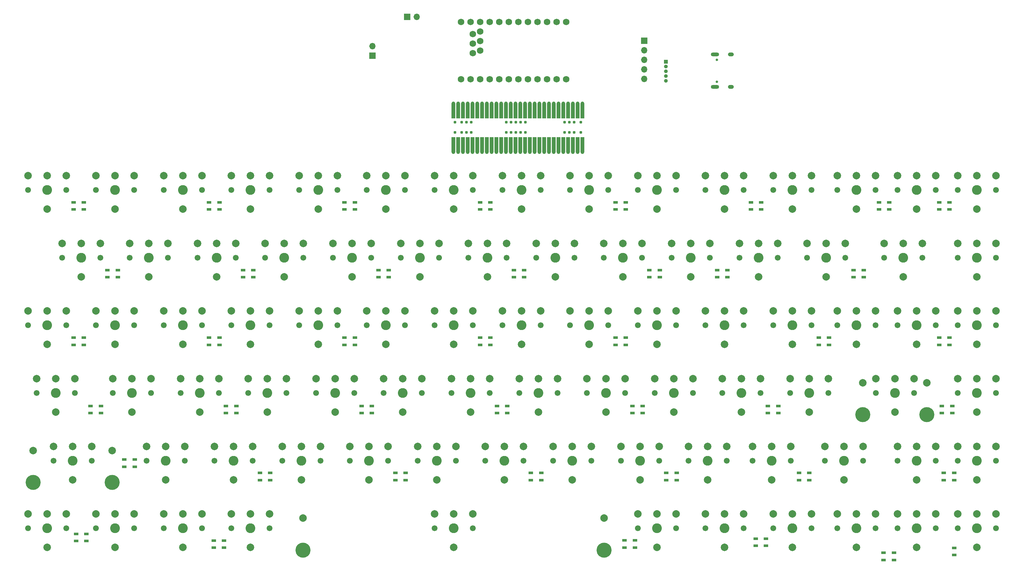
<source format=gbr>
%TF.GenerationSoftware,KiCad,Pcbnew,8.0.2*%
%TF.CreationDate,2024-05-05T23:04:00-07:00*%
%TF.ProjectId,g84_dropin,6738345f-6472-46f7-9069-6e2e6b696361,rev?*%
%TF.SameCoordinates,Original*%
%TF.FileFunction,Soldermask,Bot*%
%TF.FilePolarity,Negative*%
%FSLAX46Y46*%
G04 Gerber Fmt 4.6, Leading zero omitted, Abs format (unit mm)*
G04 Created by KiCad (PCBNEW 8.0.2) date 2024-05-05 23:04:00*
%MOMM*%
%LPD*%
G01*
G04 APERTURE LIST*
G04 Aperture macros list*
%AMRoundRect*
0 Rectangle with rounded corners*
0 $1 Rounding radius*
0 $2 $3 $4 $5 $6 $7 $8 $9 X,Y pos of 4 corners*
0 Add a 4 corners polygon primitive as box body*
4,1,4,$2,$3,$4,$5,$6,$7,$8,$9,$2,$3,0*
0 Add four circle primitives for the rounded corners*
1,1,$1+$1,$2,$3*
1,1,$1+$1,$4,$5*
1,1,$1+$1,$6,$7*
1,1,$1+$1,$8,$9*
0 Add four rect primitives between the rounded corners*
20,1,$1+$1,$2,$3,$4,$5,0*
20,1,$1+$1,$4,$5,$6,$7,0*
20,1,$1+$1,$6,$7,$8,$9,0*
20,1,$1+$1,$8,$9,$2,$3,0*%
G04 Aperture macros list end*
%ADD10C,1.752600*%
%ADD11O,1.000000X2.000000*%
%ADD12R,1.000000X3.000000*%
%ADD13R,1.700000X1.700000*%
%ADD14O,1.700000X1.700000*%
%ADD15C,0.670000*%
%ADD16RoundRect,0.500000X0.600000X-0.000010X0.600000X0.000010X-0.600000X0.000010X-0.600000X-0.000010X0*%
%ADD17RoundRect,0.500000X0.300000X-0.000010X0.300000X0.000010X-0.300000X0.000010X-0.300000X-0.000010X0*%
%ADD18C,0.787400*%
%ADD19C,1.550000*%
%ADD20C,2.600000*%
%ADD21C,2.000000*%
%ADD22C,4.000000*%
%ADD23R,1.000000X1.000000*%
%ADD24O,1.000000X1.000000*%
%ADD25R,1.300000X0.700000*%
G04 APERTURE END LIST*
D10*
%TO.C,U1*%
X200720000Y-61130000D03*
X198180000Y-61130000D03*
X195640000Y-61130000D03*
X193100000Y-61130000D03*
X190560000Y-61130000D03*
X188020000Y-61130000D03*
X185480000Y-61130000D03*
X182940000Y-61130000D03*
X180400000Y-61130000D03*
X177860000Y-61130000D03*
X175320000Y-61130000D03*
X172780000Y-61130000D03*
X172780000Y-76370000D03*
X175320000Y-76370000D03*
X177860000Y-76370000D03*
X180400000Y-76370000D03*
X182940000Y-76370000D03*
X185480000Y-76370000D03*
X188020000Y-76370000D03*
X190560000Y-76370000D03*
X193100000Y-76370000D03*
X195640000Y-76370000D03*
X198180000Y-76370000D03*
X200720000Y-76370000D03*
X177860000Y-63670000D03*
X175955000Y-64305000D03*
X177860000Y-66210000D03*
X175955000Y-66845000D03*
X177860000Y-68750000D03*
X175955000Y-69385000D03*
%TD*%
D11*
%TO.C,J4*%
X170710000Y-83250000D03*
X171980000Y-83250000D03*
X173250000Y-83250000D03*
X174520000Y-83250000D03*
X175790000Y-83250000D03*
X177060000Y-83250000D03*
X178330000Y-83250000D03*
X179600000Y-83250000D03*
X180870000Y-83250000D03*
X182140000Y-83250000D03*
X183410000Y-83250000D03*
X184680000Y-83250000D03*
X185950000Y-83250000D03*
X187220000Y-83250000D03*
X188490000Y-83250000D03*
X189760000Y-83250000D03*
X191030000Y-83250000D03*
X192300000Y-83250000D03*
X193570000Y-83250000D03*
X194840000Y-83250000D03*
X196110000Y-83250000D03*
X197380000Y-83250000D03*
X198650000Y-83250000D03*
X199920000Y-83250000D03*
X201190000Y-83250000D03*
X202460000Y-83250000D03*
X203730000Y-83250000D03*
X205000000Y-83250000D03*
D12*
X170710000Y-85282000D03*
X171980000Y-85282000D03*
X173250000Y-85282000D03*
X174520000Y-85282000D03*
X175790000Y-85282000D03*
X177060000Y-85282000D03*
X178330000Y-85282000D03*
X179600000Y-85282000D03*
X180870000Y-85282000D03*
X182140000Y-85282000D03*
X183410000Y-85282000D03*
X184680000Y-85282000D03*
X185950000Y-85282000D03*
X187220000Y-85282000D03*
X188490000Y-85282000D03*
X189760000Y-85282000D03*
X191030000Y-85282000D03*
X192300000Y-85282000D03*
X193570000Y-85282000D03*
X194840000Y-85282000D03*
X196110000Y-85282000D03*
X197380000Y-85282000D03*
X198650000Y-85282000D03*
X199920000Y-85282000D03*
X201190000Y-85282000D03*
X202460000Y-85282000D03*
X203730000Y-85282000D03*
X205000000Y-85282000D03*
%TD*%
D11*
%TO.C,J5*%
X205040000Y-95250000D03*
X203770000Y-95250000D03*
X202500000Y-95250000D03*
X201230000Y-95250000D03*
X199960000Y-95250000D03*
X198690000Y-95250000D03*
X197420000Y-95250000D03*
X196150000Y-95250000D03*
X194880000Y-95250000D03*
X193610000Y-95250000D03*
X192340000Y-95250000D03*
X191070000Y-95250000D03*
X189800000Y-95250000D03*
X188530000Y-95250000D03*
X187260000Y-95250000D03*
X185990000Y-95250000D03*
X184720000Y-95250000D03*
X183450000Y-95250000D03*
X182180000Y-95250000D03*
X180910000Y-95250000D03*
X179640000Y-95250000D03*
X178370000Y-95250000D03*
X177100000Y-95250000D03*
X175830000Y-95250000D03*
X174560000Y-95250000D03*
X173290000Y-95250000D03*
X172020000Y-95250000D03*
X170750000Y-95250000D03*
D12*
X170750000Y-93218000D03*
X172020000Y-93218000D03*
X173290000Y-93218000D03*
X174560000Y-93218000D03*
X175830000Y-93218000D03*
X177100000Y-93218000D03*
X178370000Y-93218000D03*
X179640000Y-93218000D03*
X180910000Y-93218000D03*
X182180000Y-93218000D03*
X183450000Y-93218000D03*
X184720000Y-93218000D03*
X185990000Y-93218000D03*
X187260000Y-93218000D03*
X188530000Y-93218000D03*
X189800000Y-93218000D03*
X191070000Y-93218000D03*
X192340000Y-93218000D03*
X193610000Y-93218000D03*
X194880000Y-93218000D03*
X196150000Y-93218000D03*
X197420000Y-93218000D03*
X198690000Y-93218000D03*
X199960000Y-93218000D03*
X201230000Y-93218000D03*
X202500000Y-93218000D03*
X203770000Y-93218000D03*
X205040000Y-93218000D03*
%TD*%
D13*
%TO.C,J7*%
X158500000Y-59750000D03*
D14*
X161040000Y-59750000D03*
%TD*%
D15*
%TO.C,J6*%
X240810000Y-71180000D03*
X240810000Y-76980000D03*
D16*
X240280000Y-69760000D03*
D17*
X244460000Y-78400000D03*
D16*
X240280000Y-78400000D03*
D17*
X244460000Y-69760000D03*
%TD*%
D18*
%TO.C,REF1*%
X175500000Y-87750000D03*
X174230000Y-87750000D03*
X172960000Y-87750000D03*
X171182000Y-87750000D03*
%TD*%
%TO.C,REF4*%
X175460000Y-90500000D03*
X174190000Y-90500000D03*
X172920000Y-90500000D03*
X171142000Y-90500000D03*
%TD*%
%TO.C,REF6*%
X200270000Y-90500000D03*
X201540000Y-90500000D03*
X202810000Y-90500000D03*
X204588000Y-90500000D03*
%TD*%
%TO.C,REF3*%
X204628000Y-87750000D03*
X202850000Y-87750000D03*
X201580000Y-87750000D03*
X200310000Y-87750000D03*
%TD*%
%TO.C,REF2*%
X189890000Y-87750000D03*
X188620000Y-87750000D03*
X187350000Y-87750000D03*
X186080000Y-87750000D03*
X184810000Y-87750000D03*
%TD*%
%TO.C,REF5*%
X184770000Y-90500000D03*
X186040000Y-90500000D03*
X187310000Y-90500000D03*
X188580000Y-90500000D03*
X189850000Y-90500000D03*
%TD*%
D19*
%TO.C,SW38*%
X188250000Y-159810000D03*
D20*
X193330000Y-159810000D03*
D19*
X198410000Y-159810000D03*
D21*
X193330000Y-156000000D03*
X193330000Y-164890000D03*
X188250000Y-156000000D03*
X198410000Y-156000000D03*
%TD*%
D19*
%TO.C,SW71*%
X255750000Y-141810000D03*
D20*
X260830000Y-141810000D03*
D19*
X265910000Y-141810000D03*
D21*
X260830000Y-138000000D03*
X260830000Y-146890000D03*
X255750000Y-138000000D03*
X265910000Y-138000000D03*
%TD*%
D19*
%TO.C,SW34*%
X116250000Y-159810000D03*
D20*
X121330000Y-159810000D03*
D19*
X126410000Y-159810000D03*
D21*
X121330000Y-156000000D03*
X121330000Y-164890000D03*
X116250000Y-156000000D03*
X126410000Y-156000000D03*
%TD*%
D19*
%TO.C,SW66*%
X304750000Y-123810000D03*
D20*
X309830000Y-123810000D03*
D19*
X314910000Y-123810000D03*
D21*
X309830000Y-120000000D03*
X309830000Y-128890000D03*
X304750000Y-120000000D03*
X314910000Y-120000000D03*
%TD*%
D19*
%TO.C,SW2*%
X75750000Y-105810000D03*
D20*
X80830000Y-105810000D03*
D19*
X85910000Y-105810000D03*
D21*
X80830000Y-102000000D03*
X80830000Y-110890000D03*
X75750000Y-102000000D03*
X85910000Y-102000000D03*
%TD*%
D19*
%TO.C,SW20*%
X228750000Y-123810000D03*
D20*
X233830000Y-123810000D03*
D19*
X238910000Y-123810000D03*
D21*
X233830000Y-120000000D03*
X233830000Y-128890000D03*
X228750000Y-120000000D03*
X238910000Y-120000000D03*
%TD*%
D19*
%TO.C,SW74*%
X304750000Y-141810000D03*
D20*
X309830000Y-141810000D03*
D19*
X314910000Y-141810000D03*
D21*
X309830000Y-138000000D03*
X309830000Y-146890000D03*
X304750000Y-138000000D03*
X314910000Y-138000000D03*
%TD*%
D19*
%TO.C,SW48*%
X197250000Y-177810000D03*
D20*
X202330000Y-177810000D03*
D19*
X207410000Y-177810000D03*
D21*
X202330000Y-174000000D03*
X202330000Y-182890000D03*
X197250000Y-174000000D03*
X207410000Y-174000000D03*
%TD*%
D19*
%TO.C,SW10*%
X219750000Y-105810000D03*
D20*
X224830000Y-105810000D03*
D19*
X229910000Y-105810000D03*
D21*
X224830000Y-102000000D03*
X224830000Y-110890000D03*
X219750000Y-102000000D03*
X229910000Y-102000000D03*
%TD*%
D19*
%TO.C,SW25*%
X129750000Y-141810000D03*
D20*
X134830000Y-141810000D03*
D19*
X139910000Y-141810000D03*
D21*
X134830000Y-138000000D03*
X134830000Y-146890000D03*
X129750000Y-138000000D03*
X139910000Y-138000000D03*
%TD*%
D19*
%TO.C,SW50*%
X233250000Y-177810000D03*
D20*
X238330000Y-177810000D03*
D19*
X243410000Y-177810000D03*
D21*
X238330000Y-174000000D03*
X238330000Y-182890000D03*
X233250000Y-174000000D03*
X243410000Y-174000000D03*
%TD*%
D19*
%TO.C,SW82*%
X304750000Y-177810000D03*
D20*
X309830000Y-177810000D03*
D19*
X314910000Y-177810000D03*
D21*
X309830000Y-174000000D03*
X309830000Y-182890000D03*
X304750000Y-174000000D03*
X314910000Y-174000000D03*
%TD*%
D19*
%TO.C,SW26*%
X147750000Y-141810000D03*
D20*
X152830000Y-141810000D03*
D19*
X157910000Y-141810000D03*
D21*
X152830000Y-138000000D03*
X152830000Y-146890000D03*
X147750000Y-138000000D03*
X157910000Y-138000000D03*
%TD*%
D19*
%TO.C,SW15*%
X138750000Y-123810000D03*
D20*
X143830000Y-123810000D03*
D19*
X148910000Y-123810000D03*
D21*
X143830000Y-120000000D03*
X143830000Y-128890000D03*
X138750000Y-120000000D03*
X148910000Y-120000000D03*
%TD*%
D19*
%TO.C,SW9*%
X201750000Y-105810000D03*
D20*
X206830000Y-105810000D03*
D19*
X211910000Y-105810000D03*
D21*
X206830000Y-102000000D03*
X206830000Y-110890000D03*
X201750000Y-102000000D03*
X211910000Y-102000000D03*
%TD*%
D19*
%TO.C,SW81*%
X288750000Y-177810000D03*
D20*
X293830000Y-177810000D03*
D19*
X298910000Y-177810000D03*
D21*
X293830000Y-174000000D03*
X293830000Y-182890000D03*
X288750000Y-174000000D03*
X298910000Y-174000000D03*
%TD*%
D19*
%TO.C,SW52*%
X75750000Y-195810000D03*
D20*
X80830000Y-195810000D03*
D19*
X85910000Y-195810000D03*
D21*
X80830000Y-192000000D03*
X80830000Y-200890000D03*
X75750000Y-192000000D03*
X85910000Y-192000000D03*
%TD*%
D19*
%TO.C,SW3*%
X93750000Y-105810000D03*
D20*
X98830000Y-105810000D03*
D19*
X103910000Y-105810000D03*
D21*
X98830000Y-102000000D03*
X98830000Y-110890000D03*
X93750000Y-102000000D03*
X103910000Y-102000000D03*
%TD*%
D19*
%TO.C,SW32*%
X80250000Y-159810000D03*
D20*
X85330000Y-159810000D03*
D19*
X90410000Y-159810000D03*
D21*
X85330000Y-156000000D03*
X85330000Y-164890000D03*
X80250000Y-156000000D03*
X90410000Y-156000000D03*
%TD*%
D19*
%TO.C,SW36*%
X152250000Y-159810000D03*
D20*
X157330000Y-159810000D03*
D19*
X162410000Y-159810000D03*
D21*
X157330000Y-156000000D03*
X157330000Y-164890000D03*
X152250000Y-156000000D03*
X162410000Y-156000000D03*
%TD*%
D19*
%TO.C,SW80*%
X269500000Y-177810000D03*
D20*
X274580000Y-177810000D03*
D19*
X279660000Y-177810000D03*
D21*
X274580000Y-174000000D03*
X274580000Y-182890000D03*
X269500000Y-174000000D03*
X279660000Y-174000000D03*
%TD*%
D19*
%TO.C,SW68*%
X264750000Y-123810000D03*
D20*
X269830000Y-123810000D03*
D19*
X274910000Y-123810000D03*
D21*
X269830000Y-120000000D03*
X269830000Y-128890000D03*
X264750000Y-120000000D03*
X274910000Y-120000000D03*
%TD*%
D19*
%TO.C,SW69*%
X246750000Y-123810000D03*
D20*
X251830000Y-123810000D03*
D19*
X256910000Y-123810000D03*
D21*
X251830000Y-120000000D03*
X251830000Y-128890000D03*
X246750000Y-120000000D03*
X256910000Y-120000000D03*
%TD*%
D19*
%TO.C,SW40*%
X224250000Y-159810000D03*
D20*
X229330000Y-159810000D03*
D19*
X234410000Y-159810000D03*
D21*
X229330000Y-156000000D03*
X229330000Y-164890000D03*
X224250000Y-156000000D03*
X234410000Y-156000000D03*
%TD*%
D19*
%TO.C,SW79*%
X250250000Y-177810000D03*
D20*
X255330000Y-177810000D03*
D19*
X260410000Y-177810000D03*
D21*
X255330000Y-174000000D03*
X255330000Y-182890000D03*
X250250000Y-174000000D03*
X260410000Y-174000000D03*
%TD*%
D19*
%TO.C,SW23*%
X93750000Y-141810000D03*
D20*
X98830000Y-141810000D03*
D19*
X103910000Y-141810000D03*
D21*
X98830000Y-138000000D03*
X98830000Y-146890000D03*
X93750000Y-138000000D03*
X103910000Y-138000000D03*
%TD*%
D19*
%TO.C,SW60*%
X288750000Y-195810000D03*
D20*
X293830000Y-195810000D03*
D19*
X298910000Y-195810000D03*
D21*
X293830000Y-192000000D03*
X293830000Y-200890000D03*
X288750000Y-192000000D03*
X298910000Y-192000000D03*
%TD*%
D19*
%TO.C,SW22*%
X75750000Y-141810000D03*
D20*
X80830000Y-141810000D03*
D19*
X85910000Y-141810000D03*
D21*
X80830000Y-138000000D03*
X80830000Y-146890000D03*
X75750000Y-138000000D03*
X85910000Y-138000000D03*
%TD*%
D19*
%TO.C,SW1*%
X57750000Y-105810000D03*
D20*
X62830000Y-105810000D03*
D19*
X67910000Y-105810000D03*
D21*
X62830000Y-102000000D03*
X62830000Y-110890000D03*
X57750000Y-102000000D03*
X67910000Y-102000000D03*
%TD*%
%TO.C,SW55*%
X130830000Y-193100000D03*
D22*
X130830000Y-201600000D03*
D19*
X165750000Y-195810000D03*
D20*
X170830000Y-195810000D03*
D19*
X175910000Y-195810000D03*
D21*
X210830000Y-193100000D03*
D22*
X210830000Y-201600000D03*
D21*
X170830000Y-192000000D03*
X170830000Y-200890000D03*
X165750000Y-192000000D03*
X175910000Y-192000000D03*
%TD*%
D19*
%TO.C,SW21*%
X57750000Y-141810000D03*
D20*
X62830000Y-141810000D03*
D19*
X67910000Y-141810000D03*
D21*
X62830000Y-138000000D03*
X62830000Y-146890000D03*
X57750000Y-138000000D03*
X67910000Y-138000000D03*
%TD*%
D19*
%TO.C,SW6*%
X147750000Y-105810000D03*
D20*
X152830000Y-105810000D03*
D19*
X157910000Y-105810000D03*
D21*
X152830000Y-102000000D03*
X152830000Y-110890000D03*
X147750000Y-102000000D03*
X157910000Y-102000000D03*
%TD*%
D19*
%TO.C,SW54*%
X111750000Y-195810000D03*
D20*
X116830000Y-195810000D03*
D19*
X121910000Y-195810000D03*
D21*
X116830000Y-192000000D03*
X116830000Y-200890000D03*
X111750000Y-192000000D03*
X121910000Y-192000000D03*
%TD*%
D19*
%TO.C,SW63*%
X272750000Y-105810000D03*
D20*
X277830000Y-105810000D03*
D19*
X282910000Y-105810000D03*
D21*
X277830000Y-102000000D03*
X277830000Y-110890000D03*
X272750000Y-102000000D03*
X282910000Y-102000000D03*
%TD*%
D19*
%TO.C,SW39*%
X206250000Y-159810000D03*
D20*
X211330000Y-159810000D03*
D19*
X216410000Y-159810000D03*
D21*
X211330000Y-156000000D03*
X211330000Y-164890000D03*
X206250000Y-156000000D03*
X216410000Y-156000000D03*
%TD*%
D19*
%TO.C,SW4*%
X111750000Y-105810000D03*
D20*
X116830000Y-105810000D03*
D19*
X121910000Y-105810000D03*
D21*
X116830000Y-102000000D03*
X116830000Y-110890000D03*
X111750000Y-102000000D03*
X121910000Y-102000000D03*
%TD*%
D19*
%TO.C,SW8*%
X183750000Y-105810000D03*
D20*
X188830000Y-105810000D03*
D19*
X193910000Y-105810000D03*
D21*
X188830000Y-102000000D03*
X188830000Y-110890000D03*
X183750000Y-102000000D03*
X193910000Y-102000000D03*
%TD*%
D19*
%TO.C,SW7*%
X165750000Y-105810000D03*
D20*
X170830000Y-105810000D03*
D19*
X175910000Y-105810000D03*
D21*
X170830000Y-102000000D03*
X170830000Y-110890000D03*
X165750000Y-102000000D03*
X175910000Y-102000000D03*
%TD*%
D19*
%TO.C,SW37*%
X170250000Y-159810000D03*
D20*
X175330000Y-159810000D03*
D19*
X180410000Y-159810000D03*
D21*
X175330000Y-156000000D03*
X175330000Y-164890000D03*
X170250000Y-156000000D03*
X180410000Y-156000000D03*
%TD*%
D19*
%TO.C,SW45*%
X143250000Y-177810000D03*
D20*
X148330000Y-177810000D03*
D19*
X153410000Y-177810000D03*
D21*
X148330000Y-174000000D03*
X148330000Y-182890000D03*
X143250000Y-174000000D03*
X153410000Y-174000000D03*
%TD*%
D19*
%TO.C,SW12*%
X84750000Y-123810000D03*
D20*
X89830000Y-123810000D03*
D19*
X94910000Y-123810000D03*
D21*
X89830000Y-120000000D03*
X89830000Y-128890000D03*
X84750000Y-120000000D03*
X94910000Y-120000000D03*
%TD*%
D19*
%TO.C,SW51*%
X57750000Y-195810000D03*
D20*
X62830000Y-195810000D03*
D19*
X67910000Y-195810000D03*
D21*
X62830000Y-192000000D03*
X62830000Y-200890000D03*
X57750000Y-192000000D03*
X67910000Y-192000000D03*
%TD*%
D19*
%TO.C,SW77*%
X260250000Y-159810000D03*
D20*
X265330000Y-159810000D03*
D19*
X270410000Y-159810000D03*
D21*
X265330000Y-156000000D03*
X265330000Y-164890000D03*
X260250000Y-156000000D03*
X270410000Y-156000000D03*
%TD*%
D19*
%TO.C,SW78*%
X242250000Y-159810000D03*
D20*
X247330000Y-159810000D03*
D19*
X252410000Y-159810000D03*
D21*
X247330000Y-156000000D03*
X247330000Y-164890000D03*
X242250000Y-156000000D03*
X252410000Y-156000000D03*
%TD*%
%TO.C,SW76*%
X279580000Y-157100000D03*
D22*
X279580000Y-165600000D03*
D19*
X283000000Y-159810000D03*
D20*
X288080000Y-159810000D03*
D19*
X293160000Y-159810000D03*
D21*
X296580000Y-157100000D03*
D22*
X296580000Y-165600000D03*
D21*
X288080000Y-156000000D03*
X288080000Y-164890000D03*
X283000000Y-156000000D03*
X293160000Y-156000000D03*
%TD*%
D19*
%TO.C,SW70*%
X237750000Y-141810000D03*
D20*
X242830000Y-141810000D03*
D19*
X247910000Y-141810000D03*
D21*
X242830000Y-138000000D03*
X242830000Y-146890000D03*
X237750000Y-138000000D03*
X247910000Y-138000000D03*
%TD*%
D19*
%TO.C,SW14*%
X120750000Y-123810000D03*
D20*
X125830000Y-123810000D03*
D19*
X130910000Y-123810000D03*
D21*
X125830000Y-120000000D03*
X125830000Y-128890000D03*
X120750000Y-120000000D03*
X130910000Y-120000000D03*
%TD*%
D19*
%TO.C,SW35*%
X134250000Y-159810000D03*
D20*
X139330000Y-159810000D03*
D19*
X144410000Y-159810000D03*
D21*
X139330000Y-156000000D03*
X139330000Y-164890000D03*
X134250000Y-156000000D03*
X144410000Y-156000000D03*
%TD*%
D19*
%TO.C,SW18*%
X192750000Y-123810000D03*
D20*
X197830000Y-123810000D03*
D19*
X202910000Y-123810000D03*
D21*
X197830000Y-120000000D03*
X197830000Y-128890000D03*
X192750000Y-120000000D03*
X202910000Y-120000000D03*
%TD*%
D19*
%TO.C,SW29*%
X201750000Y-141810000D03*
D20*
X206830000Y-141810000D03*
D19*
X211910000Y-141810000D03*
D21*
X206830000Y-138000000D03*
X206830000Y-146890000D03*
X201750000Y-138000000D03*
X211910000Y-138000000D03*
%TD*%
D19*
%TO.C,SW65*%
X304750000Y-105810000D03*
D20*
X309830000Y-105810000D03*
D19*
X314910000Y-105810000D03*
D21*
X309830000Y-102000000D03*
X309830000Y-110890000D03*
X304750000Y-102000000D03*
X314910000Y-102000000D03*
%TD*%
D19*
%TO.C,SW16*%
X156750000Y-123810000D03*
D20*
X161830000Y-123810000D03*
D19*
X166910000Y-123810000D03*
D21*
X161830000Y-120000000D03*
X161830000Y-128890000D03*
X156750000Y-120000000D03*
X166910000Y-120000000D03*
%TD*%
D13*
%TO.C,J3*%
X221500000Y-66130000D03*
D14*
X221500000Y-68670000D03*
X221500000Y-71210000D03*
X221500000Y-73750000D03*
X221500000Y-76290000D03*
%TD*%
D21*
%TO.C,SW41*%
X59080000Y-175100000D03*
D22*
X59080000Y-183600000D03*
D19*
X64500000Y-177810000D03*
D20*
X69580000Y-177810000D03*
D19*
X74660000Y-177810000D03*
D21*
X80080000Y-175100000D03*
D22*
X80080000Y-183600000D03*
D21*
X69580000Y-174000000D03*
X69580000Y-182890000D03*
X64500000Y-174000000D03*
X74660000Y-174000000D03*
%TD*%
D19*
%TO.C,SW53*%
X93750000Y-195810000D03*
D20*
X98830000Y-195810000D03*
D19*
X103910000Y-195810000D03*
D21*
X98830000Y-192000000D03*
X98830000Y-200890000D03*
X93750000Y-192000000D03*
X103910000Y-192000000D03*
%TD*%
D19*
%TO.C,SW72*%
X272750000Y-141810000D03*
D20*
X277830000Y-141810000D03*
D19*
X282910000Y-141810000D03*
D21*
X277830000Y-138000000D03*
X277830000Y-146890000D03*
X272750000Y-138000000D03*
X282910000Y-138000000D03*
%TD*%
D19*
%TO.C,SW47*%
X179250000Y-177810000D03*
D20*
X184330000Y-177810000D03*
D19*
X189410000Y-177810000D03*
D21*
X184330000Y-174000000D03*
X184330000Y-182890000D03*
X179250000Y-174000000D03*
X189410000Y-174000000D03*
%TD*%
D19*
%TO.C,SW75*%
X304750000Y-159810000D03*
D20*
X309830000Y-159810000D03*
D19*
X314910000Y-159810000D03*
D21*
X309830000Y-156000000D03*
X309830000Y-164890000D03*
X304750000Y-156000000D03*
X314910000Y-156000000D03*
%TD*%
D19*
%TO.C,SW83*%
X304750000Y-195810000D03*
D20*
X309830000Y-195810000D03*
D19*
X314910000Y-195810000D03*
D21*
X309830000Y-192000000D03*
X309830000Y-200890000D03*
X304750000Y-192000000D03*
X314910000Y-192000000D03*
%TD*%
D19*
%TO.C,SW31*%
X60000000Y-159810000D03*
D20*
X65080000Y-159810000D03*
D19*
X70160000Y-159810000D03*
D21*
X65080000Y-156000000D03*
X65080000Y-164890000D03*
X60000000Y-156000000D03*
X70160000Y-156000000D03*
%TD*%
D19*
%TO.C,SW43*%
X107250000Y-177810000D03*
D20*
X112330000Y-177810000D03*
D19*
X117410000Y-177810000D03*
D21*
X112330000Y-174000000D03*
X112330000Y-182890000D03*
X107250000Y-174000000D03*
X117410000Y-174000000D03*
%TD*%
D23*
%TO.C,J2*%
X227250000Y-71670000D03*
D24*
X227250000Y-72940000D03*
X227250000Y-74210000D03*
X227250000Y-75480000D03*
X227250000Y-76750000D03*
%TD*%
D19*
%TO.C,SW33*%
X98250000Y-159810000D03*
D20*
X103330000Y-159810000D03*
D19*
X108410000Y-159810000D03*
D21*
X103330000Y-156000000D03*
X103330000Y-164890000D03*
X98250000Y-156000000D03*
X108410000Y-156000000D03*
%TD*%
D19*
%TO.C,SW19*%
X210750000Y-123810000D03*
D20*
X215830000Y-123810000D03*
D19*
X220910000Y-123810000D03*
D21*
X215830000Y-120000000D03*
X215830000Y-128890000D03*
X210750000Y-120000000D03*
X220910000Y-120000000D03*
%TD*%
D19*
%TO.C,SW13*%
X102750000Y-123810000D03*
D20*
X107830000Y-123810000D03*
D19*
X112910000Y-123810000D03*
D21*
X107830000Y-120000000D03*
X107830000Y-128890000D03*
X102750000Y-120000000D03*
X112910000Y-120000000D03*
%TD*%
D19*
%TO.C,SW49*%
X215250000Y-177810000D03*
D20*
X220330000Y-177810000D03*
D19*
X225410000Y-177810000D03*
D21*
X220330000Y-174000000D03*
X220330000Y-182890000D03*
X215250000Y-174000000D03*
X225410000Y-174000000D03*
%TD*%
D19*
%TO.C,SW27*%
X165750000Y-141810000D03*
D20*
X170830000Y-141810000D03*
D19*
X175910000Y-141810000D03*
D21*
X170830000Y-138000000D03*
X170830000Y-146890000D03*
X165750000Y-138000000D03*
X175910000Y-138000000D03*
%TD*%
D19*
%TO.C,SW64*%
X288750000Y-105810000D03*
D20*
X293830000Y-105810000D03*
D19*
X298910000Y-105810000D03*
D21*
X293830000Y-102000000D03*
X293830000Y-110890000D03*
X288750000Y-102000000D03*
X298910000Y-102000000D03*
%TD*%
D19*
%TO.C,SW24*%
X111750000Y-141810000D03*
D20*
X116830000Y-141810000D03*
D19*
X121910000Y-141810000D03*
D21*
X116830000Y-138000000D03*
X116830000Y-146890000D03*
X111750000Y-138000000D03*
X121910000Y-138000000D03*
%TD*%
D19*
%TO.C,SW30*%
X219750000Y-141810000D03*
D20*
X224830000Y-141810000D03*
D19*
X229910000Y-141810000D03*
D21*
X224830000Y-138000000D03*
X224830000Y-146890000D03*
X219750000Y-138000000D03*
X229910000Y-138000000D03*
%TD*%
D19*
%TO.C,SW62*%
X255750000Y-105810000D03*
D20*
X260830000Y-105810000D03*
D19*
X265910000Y-105810000D03*
D21*
X260830000Y-102000000D03*
X260830000Y-110890000D03*
X255750000Y-102000000D03*
X265910000Y-102000000D03*
%TD*%
D19*
%TO.C,SW59*%
X272750000Y-195810000D03*
D20*
X277830000Y-195810000D03*
D19*
X282910000Y-195810000D03*
D21*
X277830000Y-192000000D03*
X277830000Y-200890000D03*
X272750000Y-192000000D03*
X282910000Y-192000000D03*
%TD*%
D19*
%TO.C,SW11*%
X66750000Y-123810000D03*
D20*
X71830000Y-123810000D03*
D19*
X76910000Y-123810000D03*
D21*
X71830000Y-120000000D03*
X71830000Y-128890000D03*
X66750000Y-120000000D03*
X76910000Y-120000000D03*
%TD*%
D19*
%TO.C,SW57*%
X237750000Y-195810000D03*
D20*
X242830000Y-195810000D03*
D19*
X247910000Y-195810000D03*
D21*
X242830000Y-192000000D03*
X242830000Y-200890000D03*
X237750000Y-192000000D03*
X247910000Y-192000000D03*
%TD*%
D19*
%TO.C,SW17*%
X174750000Y-123810000D03*
D20*
X179830000Y-123810000D03*
D19*
X184910000Y-123810000D03*
D21*
X179830000Y-120000000D03*
X179830000Y-128890000D03*
X174750000Y-120000000D03*
X184910000Y-120000000D03*
%TD*%
D19*
%TO.C,SW5*%
X129750000Y-105810000D03*
D20*
X134830000Y-105810000D03*
D19*
X139910000Y-105810000D03*
D21*
X134830000Y-102000000D03*
X134830000Y-110890000D03*
X129750000Y-102000000D03*
X139910000Y-102000000D03*
%TD*%
D19*
%TO.C,SW56*%
X219750000Y-195810000D03*
D20*
X224830000Y-195810000D03*
D19*
X229910000Y-195810000D03*
D21*
X224830000Y-192000000D03*
X224830000Y-200890000D03*
X219750000Y-192000000D03*
X229910000Y-192000000D03*
%TD*%
D19*
%TO.C,SW73*%
X288750000Y-141810000D03*
D20*
X293830000Y-141810000D03*
D19*
X298910000Y-141810000D03*
D21*
X293830000Y-138000000D03*
X293830000Y-146890000D03*
X288750000Y-138000000D03*
X298910000Y-138000000D03*
%TD*%
D19*
%TO.C,SW61*%
X237750000Y-105810000D03*
D20*
X242830000Y-105810000D03*
D19*
X247910000Y-105810000D03*
D21*
X242830000Y-102000000D03*
X242830000Y-110890000D03*
X237750000Y-102000000D03*
X247910000Y-102000000D03*
%TD*%
D19*
%TO.C,SW67*%
X285250000Y-123810000D03*
D20*
X290330000Y-123810000D03*
D19*
X295410000Y-123810000D03*
D21*
X290330000Y-120000000D03*
X290330000Y-128890000D03*
X285250000Y-120000000D03*
X295410000Y-120000000D03*
%TD*%
D19*
%TO.C,SW42*%
X89250000Y-177810000D03*
D20*
X94330000Y-177810000D03*
D19*
X99410000Y-177810000D03*
D21*
X94330000Y-174000000D03*
X94330000Y-182890000D03*
X89250000Y-174000000D03*
X99410000Y-174000000D03*
%TD*%
D19*
%TO.C,SW28*%
X183750000Y-141810000D03*
D20*
X188830000Y-141810000D03*
D19*
X193910000Y-141810000D03*
D21*
X188830000Y-138000000D03*
X188830000Y-146890000D03*
X183750000Y-138000000D03*
X193910000Y-138000000D03*
%TD*%
D19*
%TO.C,SW58*%
X255750000Y-195810000D03*
D20*
X260830000Y-195810000D03*
D19*
X265910000Y-195810000D03*
D21*
X260830000Y-192000000D03*
X260830000Y-200890000D03*
X255750000Y-192000000D03*
X265910000Y-192000000D03*
%TD*%
D19*
%TO.C,SW46*%
X161250000Y-177810000D03*
D20*
X166330000Y-177810000D03*
D19*
X171410000Y-177810000D03*
D21*
X166330000Y-174000000D03*
X166330000Y-182890000D03*
X161250000Y-174000000D03*
X171410000Y-174000000D03*
%TD*%
D19*
%TO.C,SW44*%
X125250000Y-177810000D03*
D20*
X130330000Y-177810000D03*
D19*
X135410000Y-177810000D03*
D21*
X130330000Y-174000000D03*
X130330000Y-182890000D03*
X125250000Y-174000000D03*
X135410000Y-174000000D03*
%TD*%
D25*
%TO.C,D24*%
X108580000Y-147000000D03*
X108580000Y-145100000D03*
%TD*%
%TO.C,D23*%
X105830000Y-147000000D03*
X105830000Y-145100000D03*
%TD*%
%TO.C,D28*%
X180580000Y-147000000D03*
X180580000Y-145100000D03*
%TD*%
%TO.C,D40*%
X221080000Y-165150000D03*
X221080000Y-163250000D03*
%TD*%
%TO.C,D5*%
X141830000Y-111000000D03*
X141830000Y-109100000D03*
%TD*%
%TO.C,D60*%
X287830000Y-204250000D03*
X287830000Y-202350000D03*
%TD*%
%TO.C,D45*%
X155330000Y-183000000D03*
X155330000Y-181100000D03*
%TD*%
%TO.C,D29*%
X213830000Y-147000000D03*
X213830000Y-145100000D03*
%TD*%
%TO.C,D82*%
X303830000Y-183000000D03*
X303830000Y-181100000D03*
%TD*%
%TO.C,D13*%
X114830000Y-129000000D03*
X114830000Y-127100000D03*
%TD*%
%TO.C,D38*%
X185080000Y-165150000D03*
X185080000Y-163250000D03*
%TD*%
%TO.C,D18*%
X189580000Y-129000000D03*
X189580000Y-127100000D03*
%TD*%
%TO.C,D21*%
X69830000Y-147000000D03*
X69830000Y-145100000D03*
%TD*%
%TO.C,D59*%
X285080000Y-204250000D03*
X285080000Y-202350000D03*
%TD*%
%TO.C,D61*%
X249830000Y-111000000D03*
X249830000Y-109100000D03*
%TD*%
%TO.C,D15*%
X150830000Y-129000000D03*
X150830000Y-127100000D03*
%TD*%
%TO.C,D51*%
X70500000Y-199200000D03*
X70500000Y-197300000D03*
%TD*%
%TO.C,D44*%
X122080000Y-183000000D03*
X122080000Y-181100000D03*
%TD*%
%TO.C,D63*%
X283830000Y-111000000D03*
X283830000Y-109100000D03*
%TD*%
%TO.C,D20*%
X225580000Y-129000000D03*
X225580000Y-127100000D03*
%TD*%
%TO.C,D10*%
X216580000Y-111000000D03*
X216580000Y-109100000D03*
%TD*%
%TO.C,D62*%
X252580000Y-111000000D03*
X252580000Y-109100000D03*
%TD*%
%TO.C,D57*%
X251080000Y-200450000D03*
X251080000Y-198550000D03*
%TD*%
%TO.C,D26*%
X144580000Y-147000000D03*
X144580000Y-145100000D03*
%TD*%
%TO.C,D49*%
X227330000Y-183000000D03*
X227330000Y-181100000D03*
%TD*%
%TO.C,D50*%
X230080000Y-183000000D03*
X230080000Y-181100000D03*
%TD*%
%TO.C,D33*%
X110330000Y-165150000D03*
X110330000Y-163250000D03*
%TD*%
%TO.C,D70*%
X243580000Y-129000000D03*
X243580000Y-127100000D03*
%TD*%
%TO.C,D58*%
X253830000Y-198550000D03*
X253830000Y-200450000D03*
%TD*%
%TO.C,D32*%
X77080000Y-165150000D03*
X77080000Y-163250000D03*
%TD*%
%TO.C,D17*%
X186830000Y-129000000D03*
X186830000Y-127100000D03*
%TD*%
%TO.C,D52*%
X73250000Y-199200000D03*
X73250000Y-197300000D03*
%TD*%
%TO.C,D30*%
X216580000Y-147000000D03*
X216580000Y-145100000D03*
%TD*%
%TO.C,D68*%
X277080000Y-129000000D03*
X277080000Y-127100000D03*
%TD*%
%TO.C,D41*%
X83330000Y-179450000D03*
X83330000Y-177550000D03*
%TD*%
%TO.C,D66*%
X302580000Y-111000000D03*
X302580000Y-109100000D03*
%TD*%
%TO.C,D55*%
X216250000Y-200950000D03*
X216250000Y-199050000D03*
%TD*%
%TO.C,D77*%
X257080000Y-165150000D03*
X257080000Y-163250000D03*
%TD*%
%TO.C,D6*%
X144580000Y-111000000D03*
X144580000Y-109100000D03*
%TD*%
%TO.C,D54*%
X109830000Y-199100000D03*
X109830000Y-201000000D03*
%TD*%
%TO.C,D48*%
X194080000Y-183000000D03*
X194080000Y-181100000D03*
%TD*%
%TO.C,D72*%
X270580000Y-147000000D03*
X270580000Y-145100000D03*
%TD*%
%TO.C,D42*%
X86080000Y-179450000D03*
X86080000Y-177550000D03*
%TD*%
%TO.C,D37*%
X182330000Y-165150000D03*
X182330000Y-163250000D03*
%TD*%
%TO.C,D64*%
X286580000Y-111000000D03*
X286580000Y-109100000D03*
%TD*%
%TO.C,D80*%
X265330000Y-183000000D03*
X265330000Y-181100000D03*
%TD*%
%TO.C,D3*%
X105830000Y-111000000D03*
X105830000Y-109100000D03*
%TD*%
%TO.C,D73*%
X299830000Y-147000000D03*
X299830000Y-145100000D03*
%TD*%
%TO.C,D74*%
X302580000Y-147000000D03*
X302580000Y-145100000D03*
%TD*%
%TO.C,D27*%
X177830000Y-147000000D03*
X177830000Y-145100000D03*
%TD*%
%TO.C,D34*%
X113080000Y-165150000D03*
X113080000Y-163250000D03*
%TD*%
%TO.C,D8*%
X180580000Y-111000000D03*
X180580000Y-109100000D03*
%TD*%
%TO.C,D7*%
X177830000Y-111000000D03*
X177830000Y-109100000D03*
%TD*%
%TO.C,D76*%
X300580000Y-165150000D03*
X300580000Y-163250000D03*
%TD*%
%TO.C,D25*%
X141830000Y-147000000D03*
X141830000Y-145100000D03*
%TD*%
%TO.C,D22*%
X72580000Y-147000000D03*
X72580000Y-145100000D03*
%TD*%
D13*
%TO.C,J1*%
X149250000Y-70040000D03*
D14*
X149250000Y-67500000D03*
%TD*%
D25*
%TO.C,D2*%
X72580000Y-111000000D03*
X72580000Y-109100000D03*
%TD*%
%TO.C,D39*%
X218330000Y-165150000D03*
X218330000Y-163250000D03*
%TD*%
%TO.C,D31*%
X74330000Y-165150000D03*
X74330000Y-163250000D03*
%TD*%
%TO.C,D79*%
X262580000Y-183000000D03*
X262580000Y-181100000D03*
%TD*%
%TO.C,D16*%
X153580000Y-129000000D03*
X153580000Y-127100000D03*
%TD*%
%TO.C,D43*%
X119330000Y-183000000D03*
X119330000Y-181100000D03*
%TD*%
%TO.C,D83*%
X303830000Y-202950000D03*
X303830000Y-201050000D03*
%TD*%
%TO.C,D67*%
X279830000Y-129000000D03*
X279830000Y-127100000D03*
%TD*%
%TO.C,D46*%
X158080000Y-183000000D03*
X158080000Y-181100000D03*
%TD*%
%TO.C,D35*%
X146330000Y-165150000D03*
X146330000Y-163250000D03*
%TD*%
%TO.C,D11*%
X78830000Y-129000000D03*
X78830000Y-127100000D03*
%TD*%
%TO.C,D47*%
X191330000Y-183000000D03*
X191330000Y-181100000D03*
%TD*%
%TO.C,D81*%
X301080000Y-183000000D03*
X301080000Y-181100000D03*
%TD*%
%TO.C,D78*%
X254330000Y-165150000D03*
X254330000Y-163250000D03*
%TD*%
%TO.C,D12*%
X81580000Y-129000000D03*
X81580000Y-127100000D03*
%TD*%
%TO.C,D14*%
X117580000Y-129000000D03*
X117580000Y-127100000D03*
%TD*%
%TO.C,D9*%
X213830000Y-111000000D03*
X213830000Y-109100000D03*
%TD*%
%TO.C,D53*%
X107080000Y-199100000D03*
X107080000Y-201000000D03*
%TD*%
%TO.C,D4*%
X108580000Y-111000000D03*
X108580000Y-109100000D03*
%TD*%
%TO.C,D1*%
X69830000Y-111000000D03*
X69830000Y-109100000D03*
%TD*%
%TO.C,D69*%
X240830000Y-129000000D03*
X240830000Y-127100000D03*
%TD*%
%TO.C,D19*%
X222830000Y-129000000D03*
X222830000Y-127100000D03*
%TD*%
%TO.C,D75*%
X303330000Y-165150000D03*
X303330000Y-163250000D03*
%TD*%
%TO.C,D56*%
X219000000Y-199050000D03*
X219000000Y-200950000D03*
%TD*%
%TO.C,D65*%
X299830000Y-111000000D03*
X299830000Y-109100000D03*
%TD*%
%TO.C,D71*%
X267830000Y-147000000D03*
X267830000Y-145100000D03*
%TD*%
%TO.C,D36*%
X149080000Y-165150000D03*
X149080000Y-163250000D03*
%TD*%
M02*

</source>
